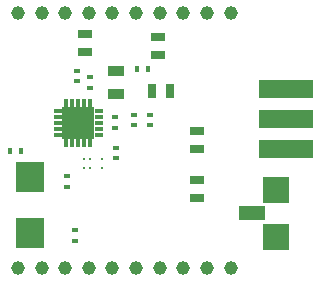
<source format=gts>
G04 (created by PCBNEW (22-Jun-2014 BZR 4027)-stable) date Sat 31 Oct 2015 05:51:54 PM EET*
%MOIN*%
G04 Gerber Fmt 3.4, Leading zero omitted, Abs format*
%FSLAX34Y34*%
G01*
G70*
G90*
G04 APERTURE LIST*
%ADD10C,0.00590551*%
%ADD11R,0.0255906X0.0129921*%
%ADD12R,0.0129921X0.0255906*%
%ADD13R,0.106299X0.106299*%
%ADD14R,0.18X0.06*%
%ADD15C,0.0125984*%
%ADD16C,0.0452756*%
%ADD17R,0.0157X0.0236*%
%ADD18R,0.0236X0.0157*%
%ADD19R,0.0866142X0.0885827*%
%ADD20R,0.0885827X0.0472441*%
%ADD21R,0.045X0.025*%
%ADD22R,0.0944882X0.0984252*%
%ADD23R,0.025X0.045*%
%ADD24R,0.055X0.035*%
G04 APERTURE END LIST*
G54D10*
G54D11*
X38670Y-41356D03*
X38670Y-41553D03*
X38670Y-41750D03*
X38670Y-41946D03*
X38670Y-42143D03*
G54D12*
X38956Y-42429D03*
X39153Y-42429D03*
X39350Y-42429D03*
X39546Y-42429D03*
X39743Y-42429D03*
G54D11*
X40029Y-42143D03*
X40029Y-41946D03*
X40029Y-41750D03*
X40029Y-41553D03*
X40029Y-41356D03*
G54D12*
X39743Y-41070D03*
X39546Y-41070D03*
X39350Y-41070D03*
X39153Y-41070D03*
X38956Y-41070D03*
G54D13*
X39350Y-41750D03*
G54D14*
X46279Y-40624D03*
X46279Y-41624D03*
X46279Y-42624D03*
X46279Y-42624D03*
X46279Y-40624D03*
G54D15*
X39545Y-43259D03*
X39545Y-42937D03*
X39742Y-43259D03*
X39742Y-42937D03*
X40135Y-43259D03*
X40135Y-42937D03*
G54D16*
X44423Y-38096D03*
X43635Y-38096D03*
X42848Y-38096D03*
X42061Y-38096D03*
X41273Y-38096D03*
X40486Y-38096D03*
X39698Y-38096D03*
X38911Y-38096D03*
X38124Y-38096D03*
X37336Y-38096D03*
X44423Y-46600D03*
X43635Y-46600D03*
X42848Y-46600D03*
X42061Y-46600D03*
X41273Y-46600D03*
X40486Y-46600D03*
X39698Y-46600D03*
X38911Y-46600D03*
X38124Y-46600D03*
X37336Y-46600D03*
G54D17*
X41319Y-39960D03*
X41673Y-39960D03*
G54D18*
X40580Y-41919D03*
X40580Y-41565D03*
G54D19*
X45944Y-43986D03*
X45944Y-45541D03*
G54D20*
X45147Y-44763D03*
G54D21*
X43307Y-44237D03*
X43307Y-43637D03*
X43307Y-42622D03*
X43307Y-42022D03*
G54D22*
X37755Y-45413D03*
X37755Y-43562D03*
G54D23*
X41800Y-40700D03*
X42400Y-40700D03*
G54D18*
X41200Y-41473D03*
X41200Y-41827D03*
X41750Y-41473D03*
X41750Y-41827D03*
X39291Y-40364D03*
X39291Y-40010D03*
X40600Y-42573D03*
X40600Y-42927D03*
G54D17*
X37427Y-42700D03*
X37073Y-42700D03*
G54D18*
X39250Y-45323D03*
X39250Y-45677D03*
G54D21*
X42000Y-39500D03*
X42000Y-38900D03*
G54D24*
X40590Y-40768D03*
X40590Y-40018D03*
G54D21*
X39566Y-39374D03*
X39566Y-38774D03*
G54D18*
X39744Y-40580D03*
X39744Y-40226D03*
X38986Y-43533D03*
X38986Y-43887D03*
M02*

</source>
